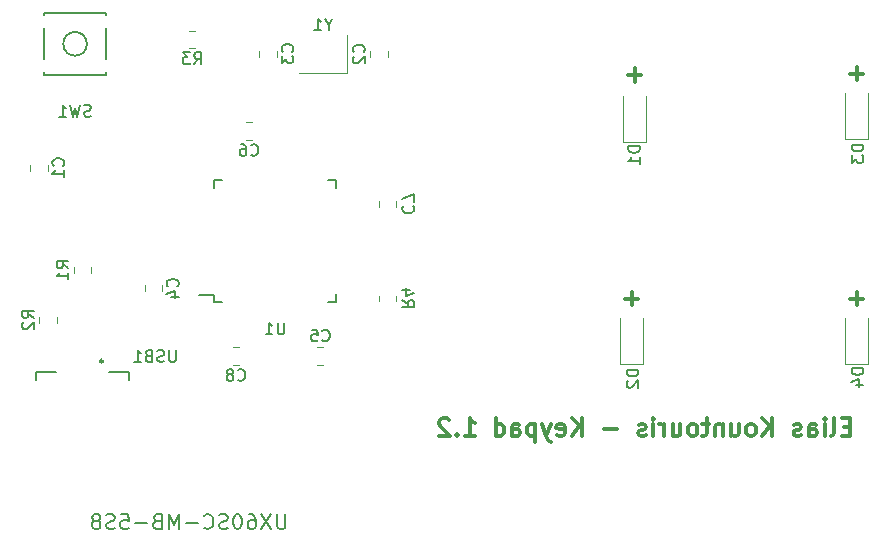
<source format=gbo>
%TF.GenerationSoftware,KiCad,Pcbnew,(5.1.10)-1*%
%TF.CreationDate,2021-12-23T21:02:22-05:00*%
%TF.ProjectId,Keypad,4b657970-6164-42e6-9b69-6361645f7063,rev?*%
%TF.SameCoordinates,Original*%
%TF.FileFunction,Legend,Bot*%
%TF.FilePolarity,Positive*%
%FSLAX46Y46*%
G04 Gerber Fmt 4.6, Leading zero omitted, Abs format (unit mm)*
G04 Created by KiCad (PCBNEW (5.1.10)-1) date 2021-12-23 21:02:22*
%MOMM*%
%LPD*%
G01*
G04 APERTURE LIST*
%ADD10C,0.300000*%
%ADD11C,0.150000*%
%ADD12C,0.120000*%
%ADD13C,0.250000*%
%ADD14R,1.800000X1.100000*%
%ADD15C,2.250000*%
%ADD16C,3.987800*%
%ADD17C,1.750000*%
%ADD18R,1.400000X1.200000*%
%ADD19R,2.350000X0.800000*%
%ADD20R,0.500000X1.400000*%
%ADD21R,0.550000X1.500000*%
%ADD22R,1.500000X0.550000*%
%ADD23R,1.200000X0.900000*%
G04 APERTURE END LIST*
D10*
X123275142Y-59963857D02*
X122775142Y-59963857D01*
X122560857Y-60749571D02*
X123275142Y-60749571D01*
X123275142Y-59249571D01*
X122560857Y-59249571D01*
X121703714Y-60749571D02*
X121846571Y-60678142D01*
X121918000Y-60535285D01*
X121918000Y-59249571D01*
X121132285Y-60749571D02*
X121132285Y-59749571D01*
X121132285Y-59249571D02*
X121203714Y-59321000D01*
X121132285Y-59392428D01*
X121060857Y-59321000D01*
X121132285Y-59249571D01*
X121132285Y-59392428D01*
X119775142Y-60749571D02*
X119775142Y-59963857D01*
X119846571Y-59821000D01*
X119989428Y-59749571D01*
X120275142Y-59749571D01*
X120418000Y-59821000D01*
X119775142Y-60678142D02*
X119918000Y-60749571D01*
X120275142Y-60749571D01*
X120418000Y-60678142D01*
X120489428Y-60535285D01*
X120489428Y-60392428D01*
X120418000Y-60249571D01*
X120275142Y-60178142D01*
X119918000Y-60178142D01*
X119775142Y-60106714D01*
X119132285Y-60678142D02*
X118989428Y-60749571D01*
X118703714Y-60749571D01*
X118560857Y-60678142D01*
X118489428Y-60535285D01*
X118489428Y-60463857D01*
X118560857Y-60321000D01*
X118703714Y-60249571D01*
X118918000Y-60249571D01*
X119060857Y-60178142D01*
X119132285Y-60035285D01*
X119132285Y-59963857D01*
X119060857Y-59821000D01*
X118918000Y-59749571D01*
X118703714Y-59749571D01*
X118560857Y-59821000D01*
X116703714Y-60749571D02*
X116703714Y-59249571D01*
X115846571Y-60749571D02*
X116489428Y-59892428D01*
X115846571Y-59249571D02*
X116703714Y-60106714D01*
X114989428Y-60749571D02*
X115132285Y-60678142D01*
X115203714Y-60606714D01*
X115275142Y-60463857D01*
X115275142Y-60035285D01*
X115203714Y-59892428D01*
X115132285Y-59821000D01*
X114989428Y-59749571D01*
X114775142Y-59749571D01*
X114632285Y-59821000D01*
X114560857Y-59892428D01*
X114489428Y-60035285D01*
X114489428Y-60463857D01*
X114560857Y-60606714D01*
X114632285Y-60678142D01*
X114775142Y-60749571D01*
X114989428Y-60749571D01*
X113203714Y-59749571D02*
X113203714Y-60749571D01*
X113846571Y-59749571D02*
X113846571Y-60535285D01*
X113775142Y-60678142D01*
X113632285Y-60749571D01*
X113418000Y-60749571D01*
X113275142Y-60678142D01*
X113203714Y-60606714D01*
X112489428Y-59749571D02*
X112489428Y-60749571D01*
X112489428Y-59892428D02*
X112418000Y-59821000D01*
X112275142Y-59749571D01*
X112060857Y-59749571D01*
X111918000Y-59821000D01*
X111846571Y-59963857D01*
X111846571Y-60749571D01*
X111346571Y-59749571D02*
X110775142Y-59749571D01*
X111132285Y-59249571D02*
X111132285Y-60535285D01*
X111060857Y-60678142D01*
X110918000Y-60749571D01*
X110775142Y-60749571D01*
X110060857Y-60749571D02*
X110203714Y-60678142D01*
X110275142Y-60606714D01*
X110346571Y-60463857D01*
X110346571Y-60035285D01*
X110275142Y-59892428D01*
X110203714Y-59821000D01*
X110060857Y-59749571D01*
X109846571Y-59749571D01*
X109703714Y-59821000D01*
X109632285Y-59892428D01*
X109560857Y-60035285D01*
X109560857Y-60463857D01*
X109632285Y-60606714D01*
X109703714Y-60678142D01*
X109846571Y-60749571D01*
X110060857Y-60749571D01*
X108275142Y-59749571D02*
X108275142Y-60749571D01*
X108918000Y-59749571D02*
X108918000Y-60535285D01*
X108846571Y-60678142D01*
X108703714Y-60749571D01*
X108489428Y-60749571D01*
X108346571Y-60678142D01*
X108275142Y-60606714D01*
X107560857Y-60749571D02*
X107560857Y-59749571D01*
X107560857Y-60035285D02*
X107489428Y-59892428D01*
X107418000Y-59821000D01*
X107275142Y-59749571D01*
X107132285Y-59749571D01*
X106632285Y-60749571D02*
X106632285Y-59749571D01*
X106632285Y-59249571D02*
X106703714Y-59321000D01*
X106632285Y-59392428D01*
X106560857Y-59321000D01*
X106632285Y-59249571D01*
X106632285Y-59392428D01*
X105989428Y-60678142D02*
X105846571Y-60749571D01*
X105560857Y-60749571D01*
X105418000Y-60678142D01*
X105346571Y-60535285D01*
X105346571Y-60463857D01*
X105418000Y-60321000D01*
X105560857Y-60249571D01*
X105775142Y-60249571D01*
X105918000Y-60178142D01*
X105989428Y-60035285D01*
X105989428Y-59963857D01*
X105918000Y-59821000D01*
X105775142Y-59749571D01*
X105560857Y-59749571D01*
X105418000Y-59821000D01*
X103560857Y-60178142D02*
X102418000Y-60178142D01*
X100560857Y-60749571D02*
X100560857Y-59249571D01*
X99703714Y-60749571D02*
X100346571Y-59892428D01*
X99703714Y-59249571D02*
X100560857Y-60106714D01*
X98489428Y-60678142D02*
X98632285Y-60749571D01*
X98918000Y-60749571D01*
X99060857Y-60678142D01*
X99132285Y-60535285D01*
X99132285Y-59963857D01*
X99060857Y-59821000D01*
X98918000Y-59749571D01*
X98632285Y-59749571D01*
X98489428Y-59821000D01*
X98418000Y-59963857D01*
X98418000Y-60106714D01*
X99132285Y-60249571D01*
X97918000Y-59749571D02*
X97560857Y-60749571D01*
X97203714Y-59749571D02*
X97560857Y-60749571D01*
X97703714Y-61106714D01*
X97775142Y-61178142D01*
X97918000Y-61249571D01*
X96632285Y-59749571D02*
X96632285Y-61249571D01*
X96632285Y-59821000D02*
X96489428Y-59749571D01*
X96203714Y-59749571D01*
X96060857Y-59821000D01*
X95989428Y-59892428D01*
X95918000Y-60035285D01*
X95918000Y-60463857D01*
X95989428Y-60606714D01*
X96060857Y-60678142D01*
X96203714Y-60749571D01*
X96489428Y-60749571D01*
X96632285Y-60678142D01*
X94632285Y-60749571D02*
X94632285Y-59963857D01*
X94703714Y-59821000D01*
X94846571Y-59749571D01*
X95132285Y-59749571D01*
X95275142Y-59821000D01*
X94632285Y-60678142D02*
X94775142Y-60749571D01*
X95132285Y-60749571D01*
X95275142Y-60678142D01*
X95346571Y-60535285D01*
X95346571Y-60392428D01*
X95275142Y-60249571D01*
X95132285Y-60178142D01*
X94775142Y-60178142D01*
X94632285Y-60106714D01*
X93275142Y-60749571D02*
X93275142Y-59249571D01*
X93275142Y-60678142D02*
X93418000Y-60749571D01*
X93703714Y-60749571D01*
X93846571Y-60678142D01*
X93918000Y-60606714D01*
X93989428Y-60463857D01*
X93989428Y-60035285D01*
X93918000Y-59892428D01*
X93846571Y-59821000D01*
X93703714Y-59749571D01*
X93418000Y-59749571D01*
X93275142Y-59821000D01*
X90632285Y-60749571D02*
X91489428Y-60749571D01*
X91060857Y-60749571D02*
X91060857Y-59249571D01*
X91203714Y-59463857D01*
X91346571Y-59606714D01*
X91489428Y-59678142D01*
X89989428Y-60606714D02*
X89918000Y-60678142D01*
X89989428Y-60749571D01*
X90060857Y-60678142D01*
X89989428Y-60606714D01*
X89989428Y-60749571D01*
X89346571Y-59392428D02*
X89275142Y-59321000D01*
X89132285Y-59249571D01*
X88775142Y-59249571D01*
X88632285Y-59321000D01*
X88560857Y-59392428D01*
X88489428Y-59535285D01*
X88489428Y-59678142D01*
X88560857Y-59892428D01*
X89418000Y-60749571D01*
X88489428Y-60749571D01*
X124396428Y-49129142D02*
X123253571Y-49129142D01*
X123825000Y-49700571D02*
X123825000Y-48557714D01*
X105346428Y-49129142D02*
X104203571Y-49129142D01*
X104775000Y-49700571D02*
X104775000Y-48557714D01*
X124396428Y-30079142D02*
X123253571Y-30079142D01*
X123825000Y-30650571D02*
X123825000Y-29507714D01*
X105600428Y-30206142D02*
X104457571Y-30206142D01*
X105029000Y-30777571D02*
X105029000Y-29634714D01*
D11*
%TO.C,SW1*%
X58658000Y-27559000D02*
G75*
G03*
X58658000Y-27559000I-1000000J0D01*
G01*
X55058000Y-24959000D02*
X55058000Y-30159000D01*
X60258000Y-24959000D02*
X55058000Y-24959000D01*
X60258000Y-30159000D02*
X60258000Y-24959000D01*
X55058000Y-30159000D02*
X60258000Y-30159000D01*
D12*
%TO.C,Y1*%
X80644750Y-26766250D02*
X80644750Y-30066250D01*
X80644750Y-30066250D02*
X76644750Y-30066250D01*
D11*
%TO.C,USB1*%
X62243000Y-55328000D02*
X60518000Y-55328000D01*
X56068000Y-55328000D02*
X54343000Y-55328000D01*
X54343000Y-56053000D02*
X54343000Y-55328000D01*
X62243000Y-56053000D02*
X62243000Y-55328000D01*
D13*
X60018000Y-54428000D02*
G75*
G03*
X60018000Y-54428000I-125000J0D01*
G01*
D11*
%TO.C,U1*%
X69437500Y-49434500D02*
X69437500Y-48859500D01*
X79787500Y-49434500D02*
X79787500Y-48759500D01*
X79787500Y-39084500D02*
X79787500Y-39759500D01*
X69437500Y-39084500D02*
X69437500Y-39759500D01*
X69437500Y-49434500D02*
X70112500Y-49434500D01*
X69437500Y-39084500D02*
X70112500Y-39084500D01*
X79787500Y-39084500D02*
X79112500Y-39084500D01*
X79787500Y-49434500D02*
X79112500Y-49434500D01*
X69437500Y-48859500D02*
X68162500Y-48859500D01*
D12*
%TO.C,R4*%
X84872500Y-49320814D02*
X84872500Y-48866686D01*
X83402500Y-49320814D02*
X83402500Y-48866686D01*
%TO.C,R3*%
X67336936Y-27913000D02*
X67791064Y-27913000D01*
X67336936Y-26443000D02*
X67791064Y-26443000D01*
%TO.C,R2*%
X54637000Y-50699936D02*
X54637000Y-51154064D01*
X56107000Y-50699936D02*
X56107000Y-51154064D01*
%TO.C,R1*%
X57558000Y-46485436D02*
X57558000Y-46939564D01*
X59028000Y-46485436D02*
X59028000Y-46939564D01*
%TO.C,D4*%
X124825000Y-54637500D02*
X122825000Y-54637500D01*
X122825000Y-54637500D02*
X122825000Y-50737500D01*
X124825000Y-54637500D02*
X124825000Y-50737500D01*
%TO.C,D3*%
X124825000Y-35587500D02*
X122825000Y-35587500D01*
X122825000Y-35587500D02*
X122825000Y-31687500D01*
X124825000Y-35587500D02*
X124825000Y-31687500D01*
%TO.C,D2*%
X105775000Y-54637500D02*
X103775000Y-54637500D01*
X103775000Y-54637500D02*
X103775000Y-50737500D01*
X105775000Y-54637500D02*
X105775000Y-50737500D01*
%TO.C,D1*%
X106029000Y-35841500D02*
X104029000Y-35841500D01*
X104029000Y-35841500D02*
X104029000Y-31941500D01*
X106029000Y-35841500D02*
X106029000Y-31941500D01*
%TO.C,C8*%
X71019998Y-54710000D02*
X71542502Y-54710000D01*
X71019998Y-53240000D02*
X71542502Y-53240000D01*
%TO.C,C7*%
X84872500Y-41380002D02*
X84872500Y-40857498D01*
X83402500Y-41380002D02*
X83402500Y-40857498D01*
%TO.C,C6*%
X72126248Y-35660000D02*
X72648752Y-35660000D01*
X72126248Y-34190000D02*
X72648752Y-34190000D01*
%TO.C,C5*%
X78686252Y-53240000D02*
X78163748Y-53240000D01*
X78686252Y-54710000D02*
X78163748Y-54710000D01*
%TO.C,C4*%
X65028750Y-48523752D02*
X65028750Y-48001248D01*
X63558750Y-48523752D02*
X63558750Y-48001248D01*
%TO.C,C3*%
X74744250Y-28643252D02*
X74744250Y-28120748D01*
X73274250Y-28643252D02*
X73274250Y-28120748D01*
%TO.C,C2*%
X82672250Y-28154998D02*
X82672250Y-28677502D01*
X84142250Y-28154998D02*
X84142250Y-28677502D01*
%TO.C,C1*%
X55345000Y-38300252D02*
X55345000Y-37777748D01*
X53875000Y-38300252D02*
X53875000Y-37777748D01*
%TO.C,SW1*%
D11*
X58991333Y-33678761D02*
X58848476Y-33726380D01*
X58610380Y-33726380D01*
X58515142Y-33678761D01*
X58467523Y-33631142D01*
X58419904Y-33535904D01*
X58419904Y-33440666D01*
X58467523Y-33345428D01*
X58515142Y-33297809D01*
X58610380Y-33250190D01*
X58800857Y-33202571D01*
X58896095Y-33154952D01*
X58943714Y-33107333D01*
X58991333Y-33012095D01*
X58991333Y-32916857D01*
X58943714Y-32821619D01*
X58896095Y-32774000D01*
X58800857Y-32726380D01*
X58562761Y-32726380D01*
X58419904Y-32774000D01*
X58086571Y-32726380D02*
X57848476Y-33726380D01*
X57658000Y-33012095D01*
X57467523Y-33726380D01*
X57229428Y-32726380D01*
X56324666Y-33726380D02*
X56896095Y-33726380D01*
X56610380Y-33726380D02*
X56610380Y-32726380D01*
X56705619Y-32869238D01*
X56800857Y-32964476D01*
X56896095Y-33012095D01*
%TO.C,Y1*%
X79120940Y-25942440D02*
X79120940Y-26418630D01*
X79454273Y-25418630D02*
X79120940Y-25942440D01*
X78787607Y-25418630D01*
X77930464Y-26418630D02*
X78501892Y-26418630D01*
X78216178Y-26418630D02*
X78216178Y-25418630D01*
X78311416Y-25561488D01*
X78406654Y-25656726D01*
X78501892Y-25704345D01*
%TO.C,USB1*%
X66204785Y-53480380D02*
X66204785Y-54289904D01*
X66157166Y-54385142D01*
X66109547Y-54432761D01*
X66014309Y-54480380D01*
X65823833Y-54480380D01*
X65728595Y-54432761D01*
X65680976Y-54385142D01*
X65633357Y-54289904D01*
X65633357Y-53480380D01*
X65204785Y-54432761D02*
X65061928Y-54480380D01*
X64823833Y-54480380D01*
X64728595Y-54432761D01*
X64680976Y-54385142D01*
X64633357Y-54289904D01*
X64633357Y-54194666D01*
X64680976Y-54099428D01*
X64728595Y-54051809D01*
X64823833Y-54004190D01*
X65014309Y-53956571D01*
X65109547Y-53908952D01*
X65157166Y-53861333D01*
X65204785Y-53766095D01*
X65204785Y-53670857D01*
X65157166Y-53575619D01*
X65109547Y-53528000D01*
X65014309Y-53480380D01*
X64776214Y-53480380D01*
X64633357Y-53528000D01*
X63871452Y-53956571D02*
X63728595Y-54004190D01*
X63680976Y-54051809D01*
X63633357Y-54147047D01*
X63633357Y-54289904D01*
X63680976Y-54385142D01*
X63728595Y-54432761D01*
X63823833Y-54480380D01*
X64204785Y-54480380D01*
X64204785Y-53480380D01*
X63871452Y-53480380D01*
X63776214Y-53528000D01*
X63728595Y-53575619D01*
X63680976Y-53670857D01*
X63680976Y-53766095D01*
X63728595Y-53861333D01*
X63776214Y-53908952D01*
X63871452Y-53956571D01*
X64204785Y-53956571D01*
X62680976Y-54480380D02*
X63252404Y-54480380D01*
X62966690Y-54480380D02*
X62966690Y-53480380D01*
X63061928Y-53623238D01*
X63157166Y-53718476D01*
X63252404Y-53766095D01*
X75474285Y-67376523D02*
X75474285Y-68404619D01*
X75413809Y-68525571D01*
X75353333Y-68586047D01*
X75232380Y-68646523D01*
X74990476Y-68646523D01*
X74869523Y-68586047D01*
X74809047Y-68525571D01*
X74748571Y-68404619D01*
X74748571Y-67376523D01*
X74264761Y-67376523D02*
X73418095Y-68646523D01*
X73418095Y-67376523D02*
X74264761Y-68646523D01*
X72390000Y-67376523D02*
X72631904Y-67376523D01*
X72752857Y-67437000D01*
X72813333Y-67497476D01*
X72934285Y-67678904D01*
X72994761Y-67920809D01*
X72994761Y-68404619D01*
X72934285Y-68525571D01*
X72873809Y-68586047D01*
X72752857Y-68646523D01*
X72510952Y-68646523D01*
X72390000Y-68586047D01*
X72329523Y-68525571D01*
X72269047Y-68404619D01*
X72269047Y-68102238D01*
X72329523Y-67981285D01*
X72390000Y-67920809D01*
X72510952Y-67860333D01*
X72752857Y-67860333D01*
X72873809Y-67920809D01*
X72934285Y-67981285D01*
X72994761Y-68102238D01*
X71482857Y-67376523D02*
X71361904Y-67376523D01*
X71240952Y-67437000D01*
X71180476Y-67497476D01*
X71120000Y-67618428D01*
X71059523Y-67860333D01*
X71059523Y-68162714D01*
X71120000Y-68404619D01*
X71180476Y-68525571D01*
X71240952Y-68586047D01*
X71361904Y-68646523D01*
X71482857Y-68646523D01*
X71603809Y-68586047D01*
X71664285Y-68525571D01*
X71724761Y-68404619D01*
X71785238Y-68162714D01*
X71785238Y-67860333D01*
X71724761Y-67618428D01*
X71664285Y-67497476D01*
X71603809Y-67437000D01*
X71482857Y-67376523D01*
X70575714Y-68586047D02*
X70394285Y-68646523D01*
X70091904Y-68646523D01*
X69970952Y-68586047D01*
X69910476Y-68525571D01*
X69850000Y-68404619D01*
X69850000Y-68283666D01*
X69910476Y-68162714D01*
X69970952Y-68102238D01*
X70091904Y-68041761D01*
X70333809Y-67981285D01*
X70454761Y-67920809D01*
X70515238Y-67860333D01*
X70575714Y-67739380D01*
X70575714Y-67618428D01*
X70515238Y-67497476D01*
X70454761Y-67437000D01*
X70333809Y-67376523D01*
X70031428Y-67376523D01*
X69850000Y-67437000D01*
X68580000Y-68525571D02*
X68640476Y-68586047D01*
X68821904Y-68646523D01*
X68942857Y-68646523D01*
X69124285Y-68586047D01*
X69245238Y-68465095D01*
X69305714Y-68344142D01*
X69366190Y-68102238D01*
X69366190Y-67920809D01*
X69305714Y-67678904D01*
X69245238Y-67557952D01*
X69124285Y-67437000D01*
X68942857Y-67376523D01*
X68821904Y-67376523D01*
X68640476Y-67437000D01*
X68580000Y-67497476D01*
X68035714Y-68162714D02*
X67068095Y-68162714D01*
X66463333Y-68646523D02*
X66463333Y-67376523D01*
X66040000Y-68283666D01*
X65616666Y-67376523D01*
X65616666Y-68646523D01*
X64588571Y-67981285D02*
X64407142Y-68041761D01*
X64346666Y-68102238D01*
X64286190Y-68223190D01*
X64286190Y-68404619D01*
X64346666Y-68525571D01*
X64407142Y-68586047D01*
X64528095Y-68646523D01*
X65011904Y-68646523D01*
X65011904Y-67376523D01*
X64588571Y-67376523D01*
X64467619Y-67437000D01*
X64407142Y-67497476D01*
X64346666Y-67618428D01*
X64346666Y-67739380D01*
X64407142Y-67860333D01*
X64467619Y-67920809D01*
X64588571Y-67981285D01*
X65011904Y-67981285D01*
X63741904Y-68162714D02*
X62774285Y-68162714D01*
X61564761Y-67376523D02*
X62169523Y-67376523D01*
X62230000Y-67981285D01*
X62169523Y-67920809D01*
X62048571Y-67860333D01*
X61746190Y-67860333D01*
X61625238Y-67920809D01*
X61564761Y-67981285D01*
X61504285Y-68102238D01*
X61504285Y-68404619D01*
X61564761Y-68525571D01*
X61625238Y-68586047D01*
X61746190Y-68646523D01*
X62048571Y-68646523D01*
X62169523Y-68586047D01*
X62230000Y-68525571D01*
X61020476Y-68586047D02*
X60839047Y-68646523D01*
X60536666Y-68646523D01*
X60415714Y-68586047D01*
X60355238Y-68525571D01*
X60294761Y-68404619D01*
X60294761Y-68283666D01*
X60355238Y-68162714D01*
X60415714Y-68102238D01*
X60536666Y-68041761D01*
X60778571Y-67981285D01*
X60899523Y-67920809D01*
X60960000Y-67860333D01*
X61020476Y-67739380D01*
X61020476Y-67618428D01*
X60960000Y-67497476D01*
X60899523Y-67437000D01*
X60778571Y-67376523D01*
X60476190Y-67376523D01*
X60294761Y-67437000D01*
X59569047Y-67920809D02*
X59690000Y-67860333D01*
X59750476Y-67799857D01*
X59810952Y-67678904D01*
X59810952Y-67618428D01*
X59750476Y-67497476D01*
X59690000Y-67437000D01*
X59569047Y-67376523D01*
X59327142Y-67376523D01*
X59206190Y-67437000D01*
X59145714Y-67497476D01*
X59085238Y-67618428D01*
X59085238Y-67678904D01*
X59145714Y-67799857D01*
X59206190Y-67860333D01*
X59327142Y-67920809D01*
X59569047Y-67920809D01*
X59690000Y-67981285D01*
X59750476Y-68041761D01*
X59810952Y-68162714D01*
X59810952Y-68404619D01*
X59750476Y-68525571D01*
X59690000Y-68586047D01*
X59569047Y-68646523D01*
X59327142Y-68646523D01*
X59206190Y-68586047D01*
X59145714Y-68525571D01*
X59085238Y-68404619D01*
X59085238Y-68162714D01*
X59145714Y-68041761D01*
X59206190Y-67981285D01*
X59327142Y-67920809D01*
%TO.C,U1*%
X75374404Y-51161880D02*
X75374404Y-51971404D01*
X75326785Y-52066642D01*
X75279166Y-52114261D01*
X75183928Y-52161880D01*
X74993452Y-52161880D01*
X74898214Y-52114261D01*
X74850595Y-52066642D01*
X74802976Y-51971404D01*
X74802976Y-51161880D01*
X73802976Y-52161880D02*
X74374404Y-52161880D01*
X74088690Y-52161880D02*
X74088690Y-51161880D01*
X74183928Y-51304738D01*
X74279166Y-51399976D01*
X74374404Y-51447595D01*
%TO.C,R4*%
X85335119Y-49260416D02*
X85811309Y-49593750D01*
X85335119Y-49831845D02*
X86335119Y-49831845D01*
X86335119Y-49450892D01*
X86287500Y-49355654D01*
X86239880Y-49308035D01*
X86144642Y-49260416D01*
X86001785Y-49260416D01*
X85906547Y-49308035D01*
X85858928Y-49355654D01*
X85811309Y-49450892D01*
X85811309Y-49831845D01*
X86001785Y-48403273D02*
X85335119Y-48403273D01*
X86382738Y-48641369D02*
X85668452Y-48879464D01*
X85668452Y-48260416D01*
%TO.C,R3*%
X67730666Y-29280380D02*
X68064000Y-28804190D01*
X68302095Y-29280380D02*
X68302095Y-28280380D01*
X67921142Y-28280380D01*
X67825904Y-28328000D01*
X67778285Y-28375619D01*
X67730666Y-28470857D01*
X67730666Y-28613714D01*
X67778285Y-28708952D01*
X67825904Y-28756571D01*
X67921142Y-28804190D01*
X68302095Y-28804190D01*
X67397333Y-28280380D02*
X66778285Y-28280380D01*
X67111619Y-28661333D01*
X66968761Y-28661333D01*
X66873523Y-28708952D01*
X66825904Y-28756571D01*
X66778285Y-28851809D01*
X66778285Y-29089904D01*
X66825904Y-29185142D01*
X66873523Y-29232761D01*
X66968761Y-29280380D01*
X67254476Y-29280380D01*
X67349714Y-29232761D01*
X67397333Y-29185142D01*
%TO.C,R2*%
X54174380Y-50760333D02*
X53698190Y-50427000D01*
X54174380Y-50188904D02*
X53174380Y-50188904D01*
X53174380Y-50569857D01*
X53222000Y-50665095D01*
X53269619Y-50712714D01*
X53364857Y-50760333D01*
X53507714Y-50760333D01*
X53602952Y-50712714D01*
X53650571Y-50665095D01*
X53698190Y-50569857D01*
X53698190Y-50188904D01*
X53269619Y-51141285D02*
X53222000Y-51188904D01*
X53174380Y-51284142D01*
X53174380Y-51522238D01*
X53222000Y-51617476D01*
X53269619Y-51665095D01*
X53364857Y-51712714D01*
X53460095Y-51712714D01*
X53602952Y-51665095D01*
X54174380Y-51093666D01*
X54174380Y-51712714D01*
%TO.C,R1*%
X57095380Y-46545833D02*
X56619190Y-46212500D01*
X57095380Y-45974404D02*
X56095380Y-45974404D01*
X56095380Y-46355357D01*
X56143000Y-46450595D01*
X56190619Y-46498214D01*
X56285857Y-46545833D01*
X56428714Y-46545833D01*
X56523952Y-46498214D01*
X56571571Y-46450595D01*
X56619190Y-46355357D01*
X56619190Y-45974404D01*
X57095380Y-47498214D02*
X57095380Y-46926785D01*
X57095380Y-47212500D02*
X56095380Y-47212500D01*
X56238238Y-47117261D01*
X56333476Y-47022023D01*
X56381095Y-46926785D01*
%TO.C,D4*%
X124404380Y-55014904D02*
X123404380Y-55014904D01*
X123404380Y-55253000D01*
X123452000Y-55395857D01*
X123547238Y-55491095D01*
X123642476Y-55538714D01*
X123832952Y-55586333D01*
X123975809Y-55586333D01*
X124166285Y-55538714D01*
X124261523Y-55491095D01*
X124356761Y-55395857D01*
X124404380Y-55253000D01*
X124404380Y-55014904D01*
X123737714Y-56443476D02*
X124404380Y-56443476D01*
X123356761Y-56205380D02*
X124071047Y-55967285D01*
X124071047Y-56586333D01*
%TO.C,D3*%
X124404380Y-36091904D02*
X123404380Y-36091904D01*
X123404380Y-36330000D01*
X123452000Y-36472857D01*
X123547238Y-36568095D01*
X123642476Y-36615714D01*
X123832952Y-36663333D01*
X123975809Y-36663333D01*
X124166285Y-36615714D01*
X124261523Y-36568095D01*
X124356761Y-36472857D01*
X124404380Y-36330000D01*
X124404380Y-36091904D01*
X123404380Y-36996666D02*
X123404380Y-37615714D01*
X123785333Y-37282380D01*
X123785333Y-37425238D01*
X123832952Y-37520476D01*
X123880571Y-37568095D01*
X123975809Y-37615714D01*
X124213904Y-37615714D01*
X124309142Y-37568095D01*
X124356761Y-37520476D01*
X124404380Y-37425238D01*
X124404380Y-37139523D01*
X124356761Y-37044285D01*
X124309142Y-36996666D01*
%TO.C,D2*%
X105354380Y-55141904D02*
X104354380Y-55141904D01*
X104354380Y-55380000D01*
X104402000Y-55522857D01*
X104497238Y-55618095D01*
X104592476Y-55665714D01*
X104782952Y-55713333D01*
X104925809Y-55713333D01*
X105116285Y-55665714D01*
X105211523Y-55618095D01*
X105306761Y-55522857D01*
X105354380Y-55380000D01*
X105354380Y-55141904D01*
X104449619Y-56094285D02*
X104402000Y-56141904D01*
X104354380Y-56237142D01*
X104354380Y-56475238D01*
X104402000Y-56570476D01*
X104449619Y-56618095D01*
X104544857Y-56665714D01*
X104640095Y-56665714D01*
X104782952Y-56618095D01*
X105354380Y-56046666D01*
X105354380Y-56665714D01*
%TO.C,D1*%
X105481380Y-36218904D02*
X104481380Y-36218904D01*
X104481380Y-36457000D01*
X104529000Y-36599857D01*
X104624238Y-36695095D01*
X104719476Y-36742714D01*
X104909952Y-36790333D01*
X105052809Y-36790333D01*
X105243285Y-36742714D01*
X105338523Y-36695095D01*
X105433761Y-36599857D01*
X105481380Y-36457000D01*
X105481380Y-36218904D01*
X105481380Y-37742714D02*
X105481380Y-37171285D01*
X105481380Y-37457000D02*
X104481380Y-37457000D01*
X104624238Y-37361761D01*
X104719476Y-37266523D01*
X104767095Y-37171285D01*
%TO.C,C8*%
X71447916Y-56012142D02*
X71495535Y-56059761D01*
X71638392Y-56107380D01*
X71733630Y-56107380D01*
X71876488Y-56059761D01*
X71971726Y-55964523D01*
X72019345Y-55869285D01*
X72066964Y-55678809D01*
X72066964Y-55535952D01*
X72019345Y-55345476D01*
X71971726Y-55250238D01*
X71876488Y-55155000D01*
X71733630Y-55107380D01*
X71638392Y-55107380D01*
X71495535Y-55155000D01*
X71447916Y-55202619D01*
X70876488Y-55535952D02*
X70971726Y-55488333D01*
X71019345Y-55440714D01*
X71066964Y-55345476D01*
X71066964Y-55297857D01*
X71019345Y-55202619D01*
X70971726Y-55155000D01*
X70876488Y-55107380D01*
X70686011Y-55107380D01*
X70590773Y-55155000D01*
X70543154Y-55202619D01*
X70495535Y-55297857D01*
X70495535Y-55345476D01*
X70543154Y-55440714D01*
X70590773Y-55488333D01*
X70686011Y-55535952D01*
X70876488Y-55535952D01*
X70971726Y-55583571D01*
X71019345Y-55631190D01*
X71066964Y-55726428D01*
X71066964Y-55916904D01*
X71019345Y-56012142D01*
X70971726Y-56059761D01*
X70876488Y-56107380D01*
X70686011Y-56107380D01*
X70590773Y-56059761D01*
X70543154Y-56012142D01*
X70495535Y-55916904D01*
X70495535Y-55726428D01*
X70543154Y-55631190D01*
X70590773Y-55583571D01*
X70686011Y-55535952D01*
%TO.C,C7*%
X85460357Y-41285416D02*
X85412738Y-41333035D01*
X85365119Y-41475892D01*
X85365119Y-41571130D01*
X85412738Y-41713988D01*
X85507976Y-41809226D01*
X85603214Y-41856845D01*
X85793690Y-41904464D01*
X85936547Y-41904464D01*
X86127023Y-41856845D01*
X86222261Y-41809226D01*
X86317500Y-41713988D01*
X86365119Y-41571130D01*
X86365119Y-41475892D01*
X86317500Y-41333035D01*
X86269880Y-41285416D01*
X86365119Y-40952083D02*
X86365119Y-40285416D01*
X85365119Y-40713988D01*
%TO.C,C6*%
X72554166Y-36962142D02*
X72601785Y-37009761D01*
X72744642Y-37057380D01*
X72839880Y-37057380D01*
X72982738Y-37009761D01*
X73077976Y-36914523D01*
X73125595Y-36819285D01*
X73173214Y-36628809D01*
X73173214Y-36485952D01*
X73125595Y-36295476D01*
X73077976Y-36200238D01*
X72982738Y-36105000D01*
X72839880Y-36057380D01*
X72744642Y-36057380D01*
X72601785Y-36105000D01*
X72554166Y-36152619D01*
X71697023Y-36057380D02*
X71887500Y-36057380D01*
X71982738Y-36105000D01*
X72030357Y-36152619D01*
X72125595Y-36295476D01*
X72173214Y-36485952D01*
X72173214Y-36866904D01*
X72125595Y-36962142D01*
X72077976Y-37009761D01*
X71982738Y-37057380D01*
X71792261Y-37057380D01*
X71697023Y-37009761D01*
X71649404Y-36962142D01*
X71601785Y-36866904D01*
X71601785Y-36628809D01*
X71649404Y-36533571D01*
X71697023Y-36485952D01*
X71792261Y-36438333D01*
X71982738Y-36438333D01*
X72077976Y-36485952D01*
X72125595Y-36533571D01*
X72173214Y-36628809D01*
%TO.C,C5*%
X78591666Y-52652142D02*
X78639285Y-52699761D01*
X78782142Y-52747380D01*
X78877380Y-52747380D01*
X79020238Y-52699761D01*
X79115476Y-52604523D01*
X79163095Y-52509285D01*
X79210714Y-52318809D01*
X79210714Y-52175952D01*
X79163095Y-51985476D01*
X79115476Y-51890238D01*
X79020238Y-51795000D01*
X78877380Y-51747380D01*
X78782142Y-51747380D01*
X78639285Y-51795000D01*
X78591666Y-51842619D01*
X77686904Y-51747380D02*
X78163095Y-51747380D01*
X78210714Y-52223571D01*
X78163095Y-52175952D01*
X78067857Y-52128333D01*
X77829761Y-52128333D01*
X77734523Y-52175952D01*
X77686904Y-52223571D01*
X77639285Y-52318809D01*
X77639285Y-52556904D01*
X77686904Y-52652142D01*
X77734523Y-52699761D01*
X77829761Y-52747380D01*
X78067857Y-52747380D01*
X78163095Y-52699761D01*
X78210714Y-52652142D01*
%TO.C,C4*%
X66330892Y-48095833D02*
X66378511Y-48048214D01*
X66426130Y-47905357D01*
X66426130Y-47810119D01*
X66378511Y-47667261D01*
X66283273Y-47572023D01*
X66188035Y-47524404D01*
X65997559Y-47476785D01*
X65854702Y-47476785D01*
X65664226Y-47524404D01*
X65568988Y-47572023D01*
X65473750Y-47667261D01*
X65426130Y-47810119D01*
X65426130Y-47905357D01*
X65473750Y-48048214D01*
X65521369Y-48095833D01*
X65759464Y-48952976D02*
X66426130Y-48952976D01*
X65378511Y-48714880D02*
X66092797Y-48476785D01*
X66092797Y-49095833D01*
%TO.C,C3*%
X76046392Y-28215333D02*
X76094011Y-28167714D01*
X76141630Y-28024857D01*
X76141630Y-27929619D01*
X76094011Y-27786761D01*
X75998773Y-27691523D01*
X75903535Y-27643904D01*
X75713059Y-27596285D01*
X75570202Y-27596285D01*
X75379726Y-27643904D01*
X75284488Y-27691523D01*
X75189250Y-27786761D01*
X75141630Y-27929619D01*
X75141630Y-28024857D01*
X75189250Y-28167714D01*
X75236869Y-28215333D01*
X75141630Y-28548666D02*
X75141630Y-29167714D01*
X75522583Y-28834380D01*
X75522583Y-28977238D01*
X75570202Y-29072476D01*
X75617821Y-29120095D01*
X75713059Y-29167714D01*
X75951154Y-29167714D01*
X76046392Y-29120095D01*
X76094011Y-29072476D01*
X76141630Y-28977238D01*
X76141630Y-28691523D01*
X76094011Y-28596285D01*
X76046392Y-28548666D01*
%TO.C,C2*%
X82084392Y-28249583D02*
X82132011Y-28201964D01*
X82179630Y-28059107D01*
X82179630Y-27963869D01*
X82132011Y-27821011D01*
X82036773Y-27725773D01*
X81941535Y-27678154D01*
X81751059Y-27630535D01*
X81608202Y-27630535D01*
X81417726Y-27678154D01*
X81322488Y-27725773D01*
X81227250Y-27821011D01*
X81179630Y-27963869D01*
X81179630Y-28059107D01*
X81227250Y-28201964D01*
X81274869Y-28249583D01*
X81274869Y-28630535D02*
X81227250Y-28678154D01*
X81179630Y-28773392D01*
X81179630Y-29011488D01*
X81227250Y-29106726D01*
X81274869Y-29154345D01*
X81370107Y-29201964D01*
X81465345Y-29201964D01*
X81608202Y-29154345D01*
X82179630Y-28582916D01*
X82179630Y-29201964D01*
%TO.C,C1*%
X56647142Y-37872333D02*
X56694761Y-37824714D01*
X56742380Y-37681857D01*
X56742380Y-37586619D01*
X56694761Y-37443761D01*
X56599523Y-37348523D01*
X56504285Y-37300904D01*
X56313809Y-37253285D01*
X56170952Y-37253285D01*
X55980476Y-37300904D01*
X55885238Y-37348523D01*
X55790000Y-37443761D01*
X55742380Y-37586619D01*
X55742380Y-37681857D01*
X55790000Y-37824714D01*
X55837619Y-37872333D01*
X56742380Y-38824714D02*
X56742380Y-38253285D01*
X56742380Y-38539000D02*
X55742380Y-38539000D01*
X55885238Y-38443761D01*
X55980476Y-38348523D01*
X56028095Y-38253285D01*
%TD*%
%LPC*%
D14*
%TO.C,SW1*%
X54558000Y-25709000D03*
X60758000Y-29409000D03*
X54558000Y-29409000D03*
X60758000Y-25709000D03*
%TD*%
D15*
%TO.C,K2*%
X99377500Y-47307500D03*
D16*
X96837500Y-52387500D03*
D15*
X93027500Y-49847500D03*
D17*
X91757500Y-52387500D03*
X101917500Y-52387500D03*
%TD*%
D18*
%TO.C,Y1*%
X79744750Y-27566250D03*
X77544750Y-27566250D03*
X77544750Y-29266250D03*
X79744750Y-29266250D03*
%TD*%
D19*
%TO.C,USB1*%
X55618000Y-61028000D03*
X60968000Y-61028000D03*
D20*
X56693000Y-55828000D03*
X57493000Y-55828000D03*
X58293000Y-55828000D03*
X59093000Y-55828000D03*
X59893000Y-55828000D03*
%TD*%
D21*
%TO.C,U1*%
X70612500Y-49959500D03*
X71412500Y-49959500D03*
X72212500Y-49959500D03*
X73012500Y-49959500D03*
X73812500Y-49959500D03*
X74612500Y-49959500D03*
X75412500Y-49959500D03*
X76212500Y-49959500D03*
X77012500Y-49959500D03*
X77812500Y-49959500D03*
X78612500Y-49959500D03*
D22*
X80312500Y-48259500D03*
X80312500Y-47459500D03*
X80312500Y-46659500D03*
X80312500Y-45859500D03*
X80312500Y-45059500D03*
X80312500Y-44259500D03*
X80312500Y-43459500D03*
X80312500Y-42659500D03*
X80312500Y-41859500D03*
X80312500Y-41059500D03*
X80312500Y-40259500D03*
D21*
X78612500Y-38559500D03*
X77812500Y-38559500D03*
X77012500Y-38559500D03*
X76212500Y-38559500D03*
X75412500Y-38559500D03*
X74612500Y-38559500D03*
X73812500Y-38559500D03*
X73012500Y-38559500D03*
X72212500Y-38559500D03*
X71412500Y-38559500D03*
X70612500Y-38559500D03*
D22*
X68912500Y-40259500D03*
X68912500Y-41059500D03*
X68912500Y-41859500D03*
X68912500Y-42659500D03*
X68912500Y-43459500D03*
X68912500Y-44259500D03*
X68912500Y-45059500D03*
X68912500Y-45859500D03*
X68912500Y-46659500D03*
X68912500Y-47459500D03*
X68912500Y-48259500D03*
%TD*%
%TO.C,R4*%
G36*
G01*
X84587501Y-48693750D02*
X83687499Y-48693750D01*
G75*
G02*
X83437500Y-48443751I0J249999D01*
G01*
X83437500Y-47918749D01*
G75*
G02*
X83687499Y-47668750I249999J0D01*
G01*
X84587501Y-47668750D01*
G75*
G02*
X84837500Y-47918749I0J-249999D01*
G01*
X84837500Y-48443751D01*
G75*
G02*
X84587501Y-48693750I-249999J0D01*
G01*
G37*
G36*
G01*
X84587501Y-50518750D02*
X83687499Y-50518750D01*
G75*
G02*
X83437500Y-50268751I0J249999D01*
G01*
X83437500Y-49743749D01*
G75*
G02*
X83687499Y-49493750I249999J0D01*
G01*
X84587501Y-49493750D01*
G75*
G02*
X84837500Y-49743749I0J-249999D01*
G01*
X84837500Y-50268751D01*
G75*
G02*
X84587501Y-50518750I-249999J0D01*
G01*
G37*
%TD*%
%TO.C,R3*%
G36*
G01*
X67964000Y-27628001D02*
X67964000Y-26727999D01*
G75*
G02*
X68213999Y-26478000I249999J0D01*
G01*
X68739001Y-26478000D01*
G75*
G02*
X68989000Y-26727999I0J-249999D01*
G01*
X68989000Y-27628001D01*
G75*
G02*
X68739001Y-27878000I-249999J0D01*
G01*
X68213999Y-27878000D01*
G75*
G02*
X67964000Y-27628001I0J249999D01*
G01*
G37*
G36*
G01*
X66139000Y-27628001D02*
X66139000Y-26727999D01*
G75*
G02*
X66388999Y-26478000I249999J0D01*
G01*
X66914001Y-26478000D01*
G75*
G02*
X67164000Y-26727999I0J-249999D01*
G01*
X67164000Y-27628001D01*
G75*
G02*
X66914001Y-27878000I-249999J0D01*
G01*
X66388999Y-27878000D01*
G75*
G02*
X66139000Y-27628001I0J249999D01*
G01*
G37*
%TD*%
%TO.C,R2*%
G36*
G01*
X54921999Y-51327000D02*
X55822001Y-51327000D01*
G75*
G02*
X56072000Y-51576999I0J-249999D01*
G01*
X56072000Y-52102001D01*
G75*
G02*
X55822001Y-52352000I-249999J0D01*
G01*
X54921999Y-52352000D01*
G75*
G02*
X54672000Y-52102001I0J249999D01*
G01*
X54672000Y-51576999D01*
G75*
G02*
X54921999Y-51327000I249999J0D01*
G01*
G37*
G36*
G01*
X54921999Y-49502000D02*
X55822001Y-49502000D01*
G75*
G02*
X56072000Y-49751999I0J-249999D01*
G01*
X56072000Y-50277001D01*
G75*
G02*
X55822001Y-50527000I-249999J0D01*
G01*
X54921999Y-50527000D01*
G75*
G02*
X54672000Y-50277001I0J249999D01*
G01*
X54672000Y-49751999D01*
G75*
G02*
X54921999Y-49502000I249999J0D01*
G01*
G37*
%TD*%
%TO.C,R1*%
G36*
G01*
X57842999Y-47112500D02*
X58743001Y-47112500D01*
G75*
G02*
X58993000Y-47362499I0J-249999D01*
G01*
X58993000Y-47887501D01*
G75*
G02*
X58743001Y-48137500I-249999J0D01*
G01*
X57842999Y-48137500D01*
G75*
G02*
X57593000Y-47887501I0J249999D01*
G01*
X57593000Y-47362499D01*
G75*
G02*
X57842999Y-47112500I249999J0D01*
G01*
G37*
G36*
G01*
X57842999Y-45287500D02*
X58743001Y-45287500D01*
G75*
G02*
X58993000Y-45537499I0J-249999D01*
G01*
X58993000Y-46062501D01*
G75*
G02*
X58743001Y-46312500I-249999J0D01*
G01*
X57842999Y-46312500D01*
G75*
G02*
X57593000Y-46062501I0J249999D01*
G01*
X57593000Y-45537499D01*
G75*
G02*
X57842999Y-45287500I249999J0D01*
G01*
G37*
%TD*%
D15*
%TO.C,K4*%
X118427500Y-47307500D03*
D16*
X115887500Y-52387500D03*
D15*
X112077500Y-49847500D03*
D17*
X110807500Y-52387500D03*
X120967500Y-52387500D03*
%TD*%
D15*
%TO.C,K3*%
X118427500Y-28257500D03*
D16*
X115887500Y-33337500D03*
D15*
X112077500Y-30797500D03*
D17*
X110807500Y-33337500D03*
X120967500Y-33337500D03*
%TD*%
D15*
%TO.C,K1*%
X99377500Y-28257500D03*
D16*
X96837500Y-33337500D03*
D15*
X93027500Y-30797500D03*
D17*
X91757500Y-33337500D03*
X101917500Y-33337500D03*
%TD*%
D23*
%TO.C,D4*%
X123825000Y-50737500D03*
X123825000Y-54037500D03*
%TD*%
%TO.C,D3*%
X123825000Y-31687500D03*
X123825000Y-34987500D03*
%TD*%
%TO.C,D2*%
X104775000Y-50737500D03*
X104775000Y-54037500D03*
%TD*%
%TO.C,D1*%
X105029000Y-31941500D03*
X105029000Y-35241500D03*
%TD*%
%TO.C,C8*%
G36*
G01*
X71731250Y-54450000D02*
X71731250Y-53500000D01*
G75*
G02*
X71981250Y-53250000I250000J0D01*
G01*
X72481250Y-53250000D01*
G75*
G02*
X72731250Y-53500000I0J-250000D01*
G01*
X72731250Y-54450000D01*
G75*
G02*
X72481250Y-54700000I-250000J0D01*
G01*
X71981250Y-54700000D01*
G75*
G02*
X71731250Y-54450000I0J250000D01*
G01*
G37*
G36*
G01*
X69831250Y-54450000D02*
X69831250Y-53500000D01*
G75*
G02*
X70081250Y-53250000I250000J0D01*
G01*
X70581250Y-53250000D01*
G75*
G02*
X70831250Y-53500000I0J-250000D01*
G01*
X70831250Y-54450000D01*
G75*
G02*
X70581250Y-54700000I-250000J0D01*
G01*
X70081250Y-54700000D01*
G75*
G02*
X69831250Y-54450000I0J250000D01*
G01*
G37*
%TD*%
%TO.C,C7*%
G36*
G01*
X84612500Y-40668750D02*
X83662500Y-40668750D01*
G75*
G02*
X83412500Y-40418750I0J250000D01*
G01*
X83412500Y-39918750D01*
G75*
G02*
X83662500Y-39668750I250000J0D01*
G01*
X84612500Y-39668750D01*
G75*
G02*
X84862500Y-39918750I0J-250000D01*
G01*
X84862500Y-40418750D01*
G75*
G02*
X84612500Y-40668750I-250000J0D01*
G01*
G37*
G36*
G01*
X84612500Y-42568750D02*
X83662500Y-42568750D01*
G75*
G02*
X83412500Y-42318750I0J250000D01*
G01*
X83412500Y-41818750D01*
G75*
G02*
X83662500Y-41568750I250000J0D01*
G01*
X84612500Y-41568750D01*
G75*
G02*
X84862500Y-41818750I0J-250000D01*
G01*
X84862500Y-42318750D01*
G75*
G02*
X84612500Y-42568750I-250000J0D01*
G01*
G37*
%TD*%
%TO.C,C6*%
G36*
G01*
X72837500Y-35400000D02*
X72837500Y-34450000D01*
G75*
G02*
X73087500Y-34200000I250000J0D01*
G01*
X73587500Y-34200000D01*
G75*
G02*
X73837500Y-34450000I0J-250000D01*
G01*
X73837500Y-35400000D01*
G75*
G02*
X73587500Y-35650000I-250000J0D01*
G01*
X73087500Y-35650000D01*
G75*
G02*
X72837500Y-35400000I0J250000D01*
G01*
G37*
G36*
G01*
X70937500Y-35400000D02*
X70937500Y-34450000D01*
G75*
G02*
X71187500Y-34200000I250000J0D01*
G01*
X71687500Y-34200000D01*
G75*
G02*
X71937500Y-34450000I0J-250000D01*
G01*
X71937500Y-35400000D01*
G75*
G02*
X71687500Y-35650000I-250000J0D01*
G01*
X71187500Y-35650000D01*
G75*
G02*
X70937500Y-35400000I0J250000D01*
G01*
G37*
%TD*%
%TO.C,C5*%
G36*
G01*
X77975000Y-53500000D02*
X77975000Y-54450000D01*
G75*
G02*
X77725000Y-54700000I-250000J0D01*
G01*
X77225000Y-54700000D01*
G75*
G02*
X76975000Y-54450000I0J250000D01*
G01*
X76975000Y-53500000D01*
G75*
G02*
X77225000Y-53250000I250000J0D01*
G01*
X77725000Y-53250000D01*
G75*
G02*
X77975000Y-53500000I0J-250000D01*
G01*
G37*
G36*
G01*
X79875000Y-53500000D02*
X79875000Y-54450000D01*
G75*
G02*
X79625000Y-54700000I-250000J0D01*
G01*
X79125000Y-54700000D01*
G75*
G02*
X78875000Y-54450000I0J250000D01*
G01*
X78875000Y-53500000D01*
G75*
G02*
X79125000Y-53250000I250000J0D01*
G01*
X79625000Y-53250000D01*
G75*
G02*
X79875000Y-53500000I0J-250000D01*
G01*
G37*
%TD*%
%TO.C,C4*%
G36*
G01*
X64768750Y-47812500D02*
X63818750Y-47812500D01*
G75*
G02*
X63568750Y-47562500I0J250000D01*
G01*
X63568750Y-47062500D01*
G75*
G02*
X63818750Y-46812500I250000J0D01*
G01*
X64768750Y-46812500D01*
G75*
G02*
X65018750Y-47062500I0J-250000D01*
G01*
X65018750Y-47562500D01*
G75*
G02*
X64768750Y-47812500I-250000J0D01*
G01*
G37*
G36*
G01*
X64768750Y-49712500D02*
X63818750Y-49712500D01*
G75*
G02*
X63568750Y-49462500I0J250000D01*
G01*
X63568750Y-48962500D01*
G75*
G02*
X63818750Y-48712500I250000J0D01*
G01*
X64768750Y-48712500D01*
G75*
G02*
X65018750Y-48962500I0J-250000D01*
G01*
X65018750Y-49462500D01*
G75*
G02*
X64768750Y-49712500I-250000J0D01*
G01*
G37*
%TD*%
%TO.C,C3*%
G36*
G01*
X74484250Y-27932000D02*
X73534250Y-27932000D01*
G75*
G02*
X73284250Y-27682000I0J250000D01*
G01*
X73284250Y-27182000D01*
G75*
G02*
X73534250Y-26932000I250000J0D01*
G01*
X74484250Y-26932000D01*
G75*
G02*
X74734250Y-27182000I0J-250000D01*
G01*
X74734250Y-27682000D01*
G75*
G02*
X74484250Y-27932000I-250000J0D01*
G01*
G37*
G36*
G01*
X74484250Y-29832000D02*
X73534250Y-29832000D01*
G75*
G02*
X73284250Y-29582000I0J250000D01*
G01*
X73284250Y-29082000D01*
G75*
G02*
X73534250Y-28832000I250000J0D01*
G01*
X74484250Y-28832000D01*
G75*
G02*
X74734250Y-29082000I0J-250000D01*
G01*
X74734250Y-29582000D01*
G75*
G02*
X74484250Y-29832000I-250000J0D01*
G01*
G37*
%TD*%
%TO.C,C2*%
G36*
G01*
X82932250Y-28866250D02*
X83882250Y-28866250D01*
G75*
G02*
X84132250Y-29116250I0J-250000D01*
G01*
X84132250Y-29616250D01*
G75*
G02*
X83882250Y-29866250I-250000J0D01*
G01*
X82932250Y-29866250D01*
G75*
G02*
X82682250Y-29616250I0J250000D01*
G01*
X82682250Y-29116250D01*
G75*
G02*
X82932250Y-28866250I250000J0D01*
G01*
G37*
G36*
G01*
X82932250Y-26966250D02*
X83882250Y-26966250D01*
G75*
G02*
X84132250Y-27216250I0J-250000D01*
G01*
X84132250Y-27716250D01*
G75*
G02*
X83882250Y-27966250I-250000J0D01*
G01*
X82932250Y-27966250D01*
G75*
G02*
X82682250Y-27716250I0J250000D01*
G01*
X82682250Y-27216250D01*
G75*
G02*
X82932250Y-26966250I250000J0D01*
G01*
G37*
%TD*%
%TO.C,C1*%
G36*
G01*
X55085000Y-37589000D02*
X54135000Y-37589000D01*
G75*
G02*
X53885000Y-37339000I0J250000D01*
G01*
X53885000Y-36839000D01*
G75*
G02*
X54135000Y-36589000I250000J0D01*
G01*
X55085000Y-36589000D01*
G75*
G02*
X55335000Y-36839000I0J-250000D01*
G01*
X55335000Y-37339000D01*
G75*
G02*
X55085000Y-37589000I-250000J0D01*
G01*
G37*
G36*
G01*
X55085000Y-39489000D02*
X54135000Y-39489000D01*
G75*
G02*
X53885000Y-39239000I0J250000D01*
G01*
X53885000Y-38739000D01*
G75*
G02*
X54135000Y-38489000I250000J0D01*
G01*
X55085000Y-38489000D01*
G75*
G02*
X55335000Y-38739000I0J-250000D01*
G01*
X55335000Y-39239000D01*
G75*
G02*
X55085000Y-39489000I-250000J0D01*
G01*
G37*
%TD*%
M02*

</source>
